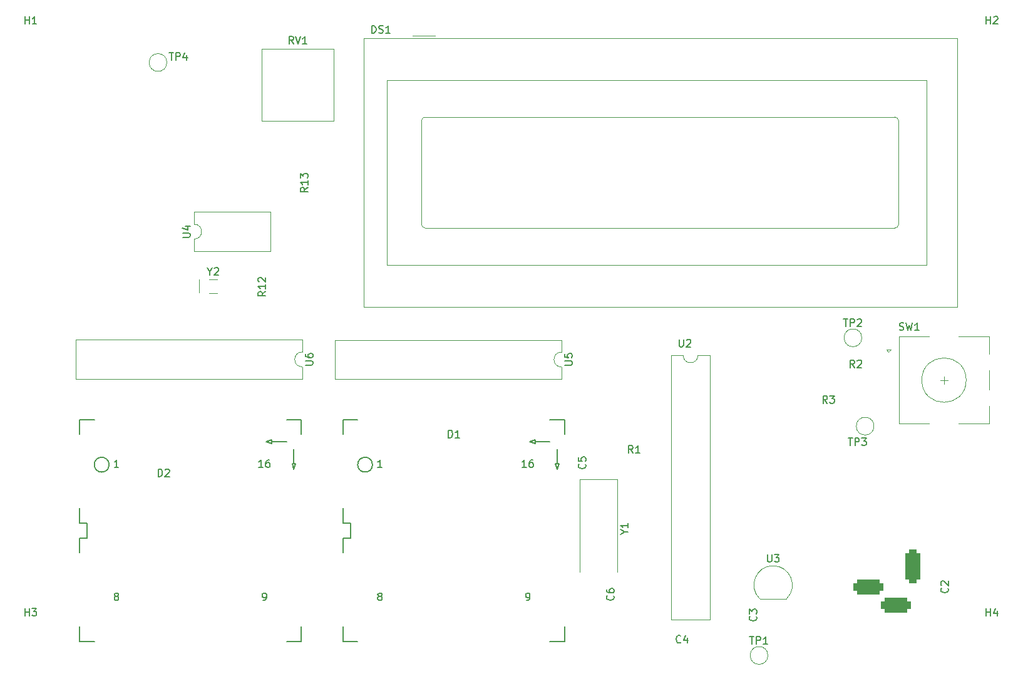
<source format=gbr>
%TF.GenerationSoftware,KiCad,Pcbnew,(6.0.5)*%
%TF.CreationDate,2022-07-13T23:51:26-04:00*%
%TF.ProjectId,Clock,436c6f63-6b2e-46b6-9963-61645f706362,rev?*%
%TF.SameCoordinates,PX4c4b400PY8a48640*%
%TF.FileFunction,Legend,Top*%
%TF.FilePolarity,Positive*%
%FSLAX46Y46*%
G04 Gerber Fmt 4.6, Leading zero omitted, Abs format (unit mm)*
G04 Created by KiCad (PCBNEW (6.0.5)) date 2022-07-13 23:51:26*
%MOMM*%
%LPD*%
G01*
G04 APERTURE LIST*
G04 Aperture macros list*
%AMRoundRect*
0 Rectangle with rounded corners*
0 $1 Rounding radius*
0 $2 $3 $4 $5 $6 $7 $8 $9 X,Y pos of 4 corners*
0 Add a 4 corners polygon primitive as box body*
4,1,4,$2,$3,$4,$5,$6,$7,$8,$9,$2,$3,0*
0 Add four circle primitives for the rounded corners*
1,1,$1+$1,$2,$3*
1,1,$1+$1,$4,$5*
1,1,$1+$1,$6,$7*
1,1,$1+$1,$8,$9*
0 Add four rect primitives between the rounded corners*
20,1,$1+$1,$2,$3,$4,$5,0*
20,1,$1+$1,$4,$5,$6,$7,0*
20,1,$1+$1,$6,$7,$8,$9,0*
20,1,$1+$1,$8,$9,$2,$3,0*%
G04 Aperture macros list end*
%ADD10C,0.150000*%
%ADD11C,0.120000*%
%ADD12R,1.000000X1.800000*%
%ADD13R,1.150000X1.400000*%
%ADD14C,3.200000*%
%ADD15R,1.600000X1.600000*%
%ADD16O,1.600000X1.600000*%
%ADD17R,1.400000X1.150000*%
%ADD18C,1.524000*%
%ADD19C,2.000000*%
%ADD20R,2.000000X4.500000*%
%ADD21C,3.000000*%
%ADD22R,1.800000X2.600000*%
%ADD23O,1.800000X2.600000*%
%ADD24R,2.000000X2.000000*%
%ADD25C,1.440000*%
%ADD26R,1.050000X1.500000*%
%ADD27O,1.050000X1.500000*%
%ADD28RoundRect,0.500000X0.500000X-1.750000X0.500000X1.750000X-0.500000X1.750000X-0.500000X-1.750000X0*%
%ADD29RoundRect,0.500000X1.500000X0.500000X-1.500000X0.500000X-1.500000X-0.500000X1.500000X-0.500000X0*%
%ADD30R,3.000000X3.000000*%
%ADD31R,1.700000X1.700000*%
%ADD32O,1.700000X1.700000*%
G04 APERTURE END LIST*
D10*
%TO.C,Y2*%
X29241809Y55269810D02*
X29241809Y54793620D01*
X28908476Y55793620D02*
X29241809Y55269810D01*
X29575142Y55793620D01*
X29860857Y55698381D02*
X29908476Y55746000D01*
X30003714Y55793620D01*
X30241809Y55793620D01*
X30337047Y55746000D01*
X30384666Y55698381D01*
X30432285Y55603143D01*
X30432285Y55507905D01*
X30384666Y55365048D01*
X29813238Y54793620D01*
X30432285Y54793620D01*
%TO.C,R1*%
X86457333Y30754620D02*
X86124000Y31230810D01*
X85885904Y30754620D02*
X85885904Y31754620D01*
X86266857Y31754620D01*
X86362095Y31707000D01*
X86409714Y31659381D01*
X86457333Y31564143D01*
X86457333Y31421286D01*
X86409714Y31326048D01*
X86362095Y31278429D01*
X86266857Y31230810D01*
X85885904Y31230810D01*
X87409714Y30754620D02*
X86838285Y30754620D01*
X87124000Y30754620D02*
X87124000Y31754620D01*
X87028761Y31611762D01*
X86933523Y31516524D01*
X86838285Y31468905D01*
%TO.C,H4*%
X134238095Y8747620D02*
X134238095Y9747620D01*
X134238095Y9271429D02*
X134809523Y9271429D01*
X134809523Y8747620D02*
X134809523Y9747620D01*
X135714285Y9414286D02*
X135714285Y8747620D01*
X135476190Y9795239D02*
X135238095Y9080953D01*
X135857142Y9080953D01*
%TO.C,U5*%
X77235380Y42628096D02*
X78044904Y42628096D01*
X78140142Y42675715D01*
X78187761Y42723334D01*
X78235380Y42818572D01*
X78235380Y43009048D01*
X78187761Y43104286D01*
X78140142Y43151905D01*
X78044904Y43199524D01*
X77235380Y43199524D01*
X77235380Y44151905D02*
X77235380Y43675715D01*
X77711571Y43628096D01*
X77663952Y43675715D01*
X77616333Y43770953D01*
X77616333Y44009048D01*
X77663952Y44104286D01*
X77711571Y44151905D01*
X77806809Y44199524D01*
X78044904Y44199524D01*
X78140142Y44151905D01*
X78187761Y44104286D01*
X78235380Y44009048D01*
X78235380Y43770953D01*
X78187761Y43675715D01*
X78140142Y43628096D01*
%TO.C,C6*%
X83805142Y11483334D02*
X83852761Y11435715D01*
X83900380Y11292858D01*
X83900380Y11197620D01*
X83852761Y11054762D01*
X83757523Y10959524D01*
X83662285Y10911905D01*
X83471809Y10864286D01*
X83328952Y10864286D01*
X83138476Y10911905D01*
X83043238Y10959524D01*
X82948000Y11054762D01*
X82900380Y11197620D01*
X82900380Y11292858D01*
X82948000Y11435715D01*
X82995619Y11483334D01*
X82900380Y12340477D02*
X82900380Y12150000D01*
X82948000Y12054762D01*
X82995619Y12007143D01*
X83138476Y11911905D01*
X83328952Y11864286D01*
X83709904Y11864286D01*
X83805142Y11911905D01*
X83852761Y11959524D01*
X83900380Y12054762D01*
X83900380Y12245239D01*
X83852761Y12340477D01*
X83805142Y12388096D01*
X83709904Y12435715D01*
X83471809Y12435715D01*
X83376571Y12388096D01*
X83328952Y12340477D01*
X83281333Y12245239D01*
X83281333Y12054762D01*
X83328952Y11959524D01*
X83376571Y11911905D01*
X83471809Y11864286D01*
%TO.C,D2*%
X22258904Y27580620D02*
X22258904Y28580620D01*
X22497000Y28580620D01*
X22639857Y28533000D01*
X22735095Y28437762D01*
X22782714Y28342524D01*
X22830333Y28152048D01*
X22830333Y28009191D01*
X22782714Y27818715D01*
X22735095Y27723477D01*
X22639857Y27628239D01*
X22497000Y27580620D01*
X22258904Y27580620D01*
X23211285Y28485381D02*
X23258904Y28533000D01*
X23354142Y28580620D01*
X23592238Y28580620D01*
X23687476Y28533000D01*
X23735095Y28485381D01*
X23782714Y28390143D01*
X23782714Y28294905D01*
X23735095Y28152048D01*
X23163666Y27580620D01*
X23782714Y27580620D01*
X36427523Y28833620D02*
X35856095Y28833620D01*
X36141809Y28833620D02*
X36141809Y29833620D01*
X36046571Y29690762D01*
X35951333Y29595524D01*
X35856095Y29547905D01*
X37284666Y29833620D02*
X37094190Y29833620D01*
X36998952Y29786000D01*
X36951333Y29738381D01*
X36856095Y29595524D01*
X36808476Y29405048D01*
X36808476Y29024096D01*
X36856095Y28928858D01*
X36903714Y28881239D01*
X36998952Y28833620D01*
X37189428Y28833620D01*
X37284666Y28881239D01*
X37332285Y28928858D01*
X37379904Y29024096D01*
X37379904Y29262191D01*
X37332285Y29357429D01*
X37284666Y29405048D01*
X37189428Y29452667D01*
X36998952Y29452667D01*
X36903714Y29405048D01*
X36856095Y29357429D01*
X36808476Y29262191D01*
X16522761Y11405048D02*
X16427523Y11452667D01*
X16379904Y11500286D01*
X16332285Y11595524D01*
X16332285Y11643143D01*
X16379904Y11738381D01*
X16427523Y11786000D01*
X16522761Y11833620D01*
X16713238Y11833620D01*
X16808476Y11786000D01*
X16856095Y11738381D01*
X16903714Y11643143D01*
X16903714Y11595524D01*
X16856095Y11500286D01*
X16808476Y11452667D01*
X16713238Y11405048D01*
X16522761Y11405048D01*
X16427523Y11357429D01*
X16379904Y11309810D01*
X16332285Y11214572D01*
X16332285Y11024096D01*
X16379904Y10928858D01*
X16427523Y10881239D01*
X16522761Y10833620D01*
X16713238Y10833620D01*
X16808476Y10881239D01*
X16856095Y10928858D01*
X16903714Y11024096D01*
X16903714Y11214572D01*
X16856095Y11309810D01*
X16808476Y11357429D01*
X16713238Y11405048D01*
X36427523Y10833620D02*
X36618000Y10833620D01*
X36713238Y10881239D01*
X36760857Y10928858D01*
X36856095Y11071715D01*
X36903714Y11262191D01*
X36903714Y11643143D01*
X36856095Y11738381D01*
X36808476Y11786000D01*
X36713238Y11833620D01*
X36522761Y11833620D01*
X36427523Y11786000D01*
X36379904Y11738381D01*
X36332285Y11643143D01*
X36332285Y11405048D01*
X36379904Y11309810D01*
X36427523Y11262191D01*
X36522761Y11214572D01*
X36713238Y11214572D01*
X36808476Y11262191D01*
X36856095Y11309810D01*
X36903714Y11405048D01*
X16903714Y28833620D02*
X16332285Y28833620D01*
X16618000Y28833620D02*
X16618000Y29833620D01*
X16522761Y29690762D01*
X16427523Y29595524D01*
X16332285Y29547905D01*
%TO.C,TP2*%
X114953095Y48866620D02*
X115524523Y48866620D01*
X115238809Y47866620D02*
X115238809Y48866620D01*
X115857857Y47866620D02*
X115857857Y48866620D01*
X116238809Y48866620D01*
X116334047Y48819000D01*
X116381666Y48771381D01*
X116429285Y48676143D01*
X116429285Y48533286D01*
X116381666Y48438048D01*
X116334047Y48390429D01*
X116238809Y48342810D01*
X115857857Y48342810D01*
X116810238Y48771381D02*
X116857857Y48819000D01*
X116953095Y48866620D01*
X117191190Y48866620D01*
X117286428Y48819000D01*
X117334047Y48771381D01*
X117381666Y48676143D01*
X117381666Y48580905D01*
X117334047Y48438048D01*
X116762619Y47866620D01*
X117381666Y47866620D01*
%TO.C,C3*%
X103109142Y8689334D02*
X103156761Y8641715D01*
X103204380Y8498858D01*
X103204380Y8403620D01*
X103156761Y8260762D01*
X103061523Y8165524D01*
X102966285Y8117905D01*
X102775809Y8070286D01*
X102632952Y8070286D01*
X102442476Y8117905D01*
X102347238Y8165524D01*
X102252000Y8260762D01*
X102204380Y8403620D01*
X102204380Y8498858D01*
X102252000Y8641715D01*
X102299619Y8689334D01*
X102204380Y9022667D02*
X102204380Y9641715D01*
X102585333Y9308381D01*
X102585333Y9451239D01*
X102632952Y9546477D01*
X102680571Y9594096D01*
X102775809Y9641715D01*
X103013904Y9641715D01*
X103109142Y9594096D01*
X103156761Y9546477D01*
X103204380Y9451239D01*
X103204380Y9165524D01*
X103156761Y9070286D01*
X103109142Y9022667D01*
%TO.C,C4*%
X92934333Y5195858D02*
X92886714Y5148239D01*
X92743857Y5100620D01*
X92648619Y5100620D01*
X92505761Y5148239D01*
X92410523Y5243477D01*
X92362904Y5338715D01*
X92315285Y5529191D01*
X92315285Y5672048D01*
X92362904Y5862524D01*
X92410523Y5957762D01*
X92505761Y6053000D01*
X92648619Y6100620D01*
X92743857Y6100620D01*
X92886714Y6053000D01*
X92934333Y6005381D01*
X93791476Y5767286D02*
X93791476Y5100620D01*
X93553380Y6148239D02*
X93315285Y5433953D01*
X93934333Y5433953D01*
%TO.C,R12*%
X36784380Y52575143D02*
X36308190Y52241810D01*
X36784380Y52003715D02*
X35784380Y52003715D01*
X35784380Y52384667D01*
X35832000Y52479905D01*
X35879619Y52527524D01*
X35974857Y52575143D01*
X36117714Y52575143D01*
X36212952Y52527524D01*
X36260571Y52479905D01*
X36308190Y52384667D01*
X36308190Y52003715D01*
X36784380Y53527524D02*
X36784380Y52956096D01*
X36784380Y53241810D02*
X35784380Y53241810D01*
X35927238Y53146572D01*
X36022476Y53051334D01*
X36070095Y52956096D01*
X35879619Y53908477D02*
X35832000Y53956096D01*
X35784380Y54051334D01*
X35784380Y54289429D01*
X35832000Y54384667D01*
X35879619Y54432286D01*
X35974857Y54479905D01*
X36070095Y54479905D01*
X36212952Y54432286D01*
X36784380Y53860858D01*
X36784380Y54479905D01*
%TO.C,Y1*%
X85324190Y20063810D02*
X85800380Y20063810D01*
X84800380Y19730477D02*
X85324190Y20063810D01*
X84800380Y20397143D01*
X85800380Y21254286D02*
X85800380Y20682858D01*
X85800380Y20968572D02*
X84800380Y20968572D01*
X84943238Y20873334D01*
X85038476Y20778096D01*
X85086095Y20682858D01*
%TO.C,TP1*%
X102253095Y5940620D02*
X102824523Y5940620D01*
X102538809Y4940620D02*
X102538809Y5940620D01*
X103157857Y4940620D02*
X103157857Y5940620D01*
X103538809Y5940620D01*
X103634047Y5893000D01*
X103681666Y5845381D01*
X103729285Y5750143D01*
X103729285Y5607286D01*
X103681666Y5512048D01*
X103634047Y5464429D01*
X103538809Y5416810D01*
X103157857Y5416810D01*
X104681666Y4940620D02*
X104110238Y4940620D01*
X104395952Y4940620D02*
X104395952Y5940620D01*
X104300714Y5797762D01*
X104205476Y5702524D01*
X104110238Y5654905D01*
%TO.C,C5*%
X79997142Y29263334D02*
X80044761Y29215715D01*
X80092380Y29072858D01*
X80092380Y28977620D01*
X80044761Y28834762D01*
X79949523Y28739524D01*
X79854285Y28691905D01*
X79663809Y28644286D01*
X79520952Y28644286D01*
X79330476Y28691905D01*
X79235238Y28739524D01*
X79140000Y28834762D01*
X79092380Y28977620D01*
X79092380Y29072858D01*
X79140000Y29215715D01*
X79187619Y29263334D01*
X79092380Y30168096D02*
X79092380Y29691905D01*
X79568571Y29644286D01*
X79520952Y29691905D01*
X79473333Y29787143D01*
X79473333Y30025239D01*
X79520952Y30120477D01*
X79568571Y30168096D01*
X79663809Y30215715D01*
X79901904Y30215715D01*
X79997142Y30168096D01*
X80044761Y30120477D01*
X80092380Y30025239D01*
X80092380Y29787143D01*
X80044761Y29691905D01*
X79997142Y29644286D01*
%TO.C,U6*%
X42178380Y42638096D02*
X42987904Y42638096D01*
X43083142Y42685715D01*
X43130761Y42733334D01*
X43178380Y42828572D01*
X43178380Y43019048D01*
X43130761Y43114286D01*
X43083142Y43161905D01*
X42987904Y43209524D01*
X42178380Y43209524D01*
X42178380Y44114286D02*
X42178380Y43923810D01*
X42226000Y43828572D01*
X42273619Y43780953D01*
X42416476Y43685715D01*
X42606952Y43638096D01*
X42987904Y43638096D01*
X43083142Y43685715D01*
X43130761Y43733334D01*
X43178380Y43828572D01*
X43178380Y44019048D01*
X43130761Y44114286D01*
X43083142Y44161905D01*
X42987904Y44209524D01*
X42749809Y44209524D01*
X42654571Y44161905D01*
X42606952Y44114286D01*
X42559333Y44019048D01*
X42559333Y43828572D01*
X42606952Y43733334D01*
X42654571Y43685715D01*
X42749809Y43638096D01*
%TO.C,H2*%
X134238095Y88747620D02*
X134238095Y89747620D01*
X134238095Y89271429D02*
X134809523Y89271429D01*
X134809523Y88747620D02*
X134809523Y89747620D01*
X135238095Y89652381D02*
X135285714Y89700000D01*
X135380952Y89747620D01*
X135619047Y89747620D01*
X135714285Y89700000D01*
X135761904Y89652381D01*
X135809523Y89557143D01*
X135809523Y89461905D01*
X135761904Y89319048D01*
X135190476Y88747620D01*
X135809523Y88747620D01*
%TO.C,H3*%
X4238095Y8747620D02*
X4238095Y9747620D01*
X4238095Y9271429D02*
X4809523Y9271429D01*
X4809523Y8747620D02*
X4809523Y9747620D01*
X5190476Y9747620D02*
X5809523Y9747620D01*
X5476190Y9366667D01*
X5619047Y9366667D01*
X5714285Y9319048D01*
X5761904Y9271429D01*
X5809523Y9176191D01*
X5809523Y8938096D01*
X5761904Y8842858D01*
X5714285Y8795239D01*
X5619047Y8747620D01*
X5333333Y8747620D01*
X5238095Y8795239D01*
X5190476Y8842858D01*
%TO.C,TP3*%
X115588095Y32771620D02*
X116159523Y32771620D01*
X115873809Y31771620D02*
X115873809Y32771620D01*
X116492857Y31771620D02*
X116492857Y32771620D01*
X116873809Y32771620D01*
X116969047Y32724000D01*
X117016666Y32676381D01*
X117064285Y32581143D01*
X117064285Y32438286D01*
X117016666Y32343048D01*
X116969047Y32295429D01*
X116873809Y32247810D01*
X116492857Y32247810D01*
X117397619Y32771620D02*
X118016666Y32771620D01*
X117683333Y32390667D01*
X117826190Y32390667D01*
X117921428Y32343048D01*
X117969047Y32295429D01*
X118016666Y32200191D01*
X118016666Y31962096D01*
X117969047Y31866858D01*
X117921428Y31819239D01*
X117826190Y31771620D01*
X117540476Y31771620D01*
X117445238Y31819239D01*
X117397619Y31866858D01*
%TO.C,R13*%
X42499380Y66633143D02*
X42023190Y66299810D01*
X42499380Y66061715D02*
X41499380Y66061715D01*
X41499380Y66442667D01*
X41547000Y66537905D01*
X41594619Y66585524D01*
X41689857Y66633143D01*
X41832714Y66633143D01*
X41927952Y66585524D01*
X41975571Y66537905D01*
X42023190Y66442667D01*
X42023190Y66061715D01*
X42499380Y67585524D02*
X42499380Y67014096D01*
X42499380Y67299810D02*
X41499380Y67299810D01*
X41642238Y67204572D01*
X41737476Y67109334D01*
X41785095Y67014096D01*
X41499380Y67918858D02*
X41499380Y68537905D01*
X41880333Y68204572D01*
X41880333Y68347429D01*
X41927952Y68442667D01*
X41975571Y68490286D01*
X42070809Y68537905D01*
X42308904Y68537905D01*
X42404142Y68490286D01*
X42451761Y68442667D01*
X42499380Y68347429D01*
X42499380Y68061715D01*
X42451761Y67966477D01*
X42404142Y67918858D01*
%TO.C,H1*%
X4238095Y88747620D02*
X4238095Y89747620D01*
X4238095Y89271429D02*
X4809523Y89271429D01*
X4809523Y88747620D02*
X4809523Y89747620D01*
X5809523Y88747620D02*
X5238095Y88747620D01*
X5523809Y88747620D02*
X5523809Y89747620D01*
X5428571Y89604762D01*
X5333333Y89509524D01*
X5238095Y89461905D01*
%TO.C,DS1*%
X51145714Y87515120D02*
X51145714Y88515120D01*
X51383809Y88515120D01*
X51526666Y88467500D01*
X51621904Y88372262D01*
X51669523Y88277024D01*
X51717142Y88086548D01*
X51717142Y87943691D01*
X51669523Y87753215D01*
X51621904Y87657977D01*
X51526666Y87562739D01*
X51383809Y87515120D01*
X51145714Y87515120D01*
X52098095Y87562739D02*
X52240952Y87515120D01*
X52479047Y87515120D01*
X52574285Y87562739D01*
X52621904Y87610358D01*
X52669523Y87705596D01*
X52669523Y87800834D01*
X52621904Y87896072D01*
X52574285Y87943691D01*
X52479047Y87991310D01*
X52288571Y88038929D01*
X52193333Y88086548D01*
X52145714Y88134167D01*
X52098095Y88229405D01*
X52098095Y88324643D01*
X52145714Y88419881D01*
X52193333Y88467500D01*
X52288571Y88515120D01*
X52526666Y88515120D01*
X52669523Y88467500D01*
X53621904Y87515120D02*
X53050476Y87515120D01*
X53336190Y87515120D02*
X53336190Y88515120D01*
X53240952Y88372262D01*
X53145714Y88277024D01*
X53050476Y88229405D01*
%TO.C,R2*%
X116429333Y42312620D02*
X116096000Y42788810D01*
X115857904Y42312620D02*
X115857904Y43312620D01*
X116238857Y43312620D01*
X116334095Y43265000D01*
X116381714Y43217381D01*
X116429333Y43122143D01*
X116429333Y42979286D01*
X116381714Y42884048D01*
X116334095Y42836429D01*
X116238857Y42788810D01*
X115857904Y42788810D01*
X116810285Y43217381D02*
X116857904Y43265000D01*
X116953142Y43312620D01*
X117191238Y43312620D01*
X117286476Y43265000D01*
X117334095Y43217381D01*
X117381714Y43122143D01*
X117381714Y43026905D01*
X117334095Y42884048D01*
X116762666Y42312620D01*
X117381714Y42312620D01*
%TO.C,SW1*%
X122496666Y47401239D02*
X122639523Y47353620D01*
X122877619Y47353620D01*
X122972857Y47401239D01*
X123020476Y47448858D01*
X123068095Y47544096D01*
X123068095Y47639334D01*
X123020476Y47734572D01*
X122972857Y47782191D01*
X122877619Y47829810D01*
X122687142Y47877429D01*
X122591904Y47925048D01*
X122544285Y47972667D01*
X122496666Y48067905D01*
X122496666Y48163143D01*
X122544285Y48258381D01*
X122591904Y48306000D01*
X122687142Y48353620D01*
X122925238Y48353620D01*
X123068095Y48306000D01*
X123401428Y48353620D02*
X123639523Y47353620D01*
X123830000Y48067905D01*
X124020476Y47353620D01*
X124258571Y48353620D01*
X125163333Y47353620D02*
X124591904Y47353620D01*
X124877619Y47353620D02*
X124877619Y48353620D01*
X124782380Y48210762D01*
X124687142Y48115524D01*
X124591904Y48067905D01*
%TO.C,U4*%
X25580380Y59910096D02*
X26389904Y59910096D01*
X26485142Y59957715D01*
X26532761Y60005334D01*
X26580380Y60100572D01*
X26580380Y60291048D01*
X26532761Y60386286D01*
X26485142Y60433905D01*
X26389904Y60481524D01*
X25580380Y60481524D01*
X25913714Y61386286D02*
X26580380Y61386286D01*
X25532761Y61148191D02*
X26247047Y60910096D01*
X26247047Y61529143D01*
%TO.C,RV1*%
X40547761Y86046620D02*
X40214428Y86522810D01*
X39976333Y86046620D02*
X39976333Y87046620D01*
X40357285Y87046620D01*
X40452523Y86999000D01*
X40500142Y86951381D01*
X40547761Y86856143D01*
X40547761Y86713286D01*
X40500142Y86618048D01*
X40452523Y86570429D01*
X40357285Y86522810D01*
X39976333Y86522810D01*
X40833476Y87046620D02*
X41166809Y86046620D01*
X41500142Y87046620D01*
X42357285Y86046620D02*
X41785857Y86046620D01*
X42071571Y86046620D02*
X42071571Y87046620D01*
X41976333Y86903762D01*
X41881095Y86808524D01*
X41785857Y86760905D01*
%TO.C,TP4*%
X23767095Y84841620D02*
X24338523Y84841620D01*
X24052809Y83841620D02*
X24052809Y84841620D01*
X24671857Y83841620D02*
X24671857Y84841620D01*
X25052809Y84841620D01*
X25148047Y84794000D01*
X25195666Y84746381D01*
X25243285Y84651143D01*
X25243285Y84508286D01*
X25195666Y84413048D01*
X25148047Y84365429D01*
X25052809Y84317810D01*
X24671857Y84317810D01*
X26100428Y84508286D02*
X26100428Y83841620D01*
X25862333Y84889239D02*
X25624238Y84174953D01*
X26243285Y84174953D01*
%TO.C,C2*%
X129017142Y12499334D02*
X129064761Y12451715D01*
X129112380Y12308858D01*
X129112380Y12213620D01*
X129064761Y12070762D01*
X128969523Y11975524D01*
X128874285Y11927905D01*
X128683809Y11880286D01*
X128540952Y11880286D01*
X128350476Y11927905D01*
X128255238Y11975524D01*
X128160000Y12070762D01*
X128112380Y12213620D01*
X128112380Y12308858D01*
X128160000Y12451715D01*
X128207619Y12499334D01*
X128207619Y12880286D02*
X128160000Y12927905D01*
X128112380Y13023143D01*
X128112380Y13261239D01*
X128160000Y13356477D01*
X128207619Y13404096D01*
X128302857Y13451715D01*
X128398095Y13451715D01*
X128540952Y13404096D01*
X129112380Y12832667D01*
X129112380Y13451715D01*
%TO.C,U2*%
X92720095Y46106620D02*
X92720095Y45297096D01*
X92767714Y45201858D01*
X92815333Y45154239D01*
X92910571Y45106620D01*
X93101047Y45106620D01*
X93196285Y45154239D01*
X93243904Y45201858D01*
X93291523Y45297096D01*
X93291523Y46106620D01*
X93720095Y46011381D02*
X93767714Y46059000D01*
X93862952Y46106620D01*
X94101047Y46106620D01*
X94196285Y46059000D01*
X94243904Y46011381D01*
X94291523Y45916143D01*
X94291523Y45820905D01*
X94243904Y45678048D01*
X93672476Y45106620D01*
X94291523Y45106620D01*
%TO.C,U3*%
X104658095Y17027620D02*
X104658095Y16218096D01*
X104705714Y16122858D01*
X104753333Y16075239D01*
X104848571Y16027620D01*
X105039047Y16027620D01*
X105134285Y16075239D01*
X105181904Y16122858D01*
X105229523Y16218096D01*
X105229523Y17027620D01*
X105610476Y17027620D02*
X106229523Y17027620D01*
X105896190Y16646667D01*
X106039047Y16646667D01*
X106134285Y16599048D01*
X106181904Y16551429D01*
X106229523Y16456191D01*
X106229523Y16218096D01*
X106181904Y16122858D01*
X106134285Y16075239D01*
X106039047Y16027620D01*
X105753333Y16027620D01*
X105658095Y16075239D01*
X105610476Y16122858D01*
%TO.C,R3*%
X112746333Y37486620D02*
X112413000Y37962810D01*
X112174904Y37486620D02*
X112174904Y38486620D01*
X112555857Y38486620D01*
X112651095Y38439000D01*
X112698714Y38391381D01*
X112746333Y38296143D01*
X112746333Y38153286D01*
X112698714Y38058048D01*
X112651095Y38010429D01*
X112555857Y37962810D01*
X112174904Y37962810D01*
X113079666Y38486620D02*
X113698714Y38486620D01*
X113365380Y38105667D01*
X113508238Y38105667D01*
X113603476Y38058048D01*
X113651095Y38010429D01*
X113698714Y37915191D01*
X113698714Y37677096D01*
X113651095Y37581858D01*
X113603476Y37534239D01*
X113508238Y37486620D01*
X113222523Y37486620D01*
X113127285Y37534239D01*
X113079666Y37581858D01*
%TO.C,D1*%
X61501904Y32833620D02*
X61501904Y33833620D01*
X61740000Y33833620D01*
X61882857Y33786000D01*
X61978095Y33690762D01*
X62025714Y33595524D01*
X62073333Y33405048D01*
X62073333Y33262191D01*
X62025714Y33071715D01*
X61978095Y32976477D01*
X61882857Y32881239D01*
X61740000Y32833620D01*
X61501904Y32833620D01*
X63025714Y32833620D02*
X62454285Y32833620D01*
X62740000Y32833620D02*
X62740000Y33833620D01*
X62644761Y33690762D01*
X62549523Y33595524D01*
X62454285Y33547905D01*
X52525714Y28833620D02*
X51954285Y28833620D01*
X52240000Y28833620D02*
X52240000Y29833620D01*
X52144761Y29690762D01*
X52049523Y29595524D01*
X51954285Y29547905D01*
X72049523Y10833620D02*
X72240000Y10833620D01*
X72335238Y10881239D01*
X72382857Y10928858D01*
X72478095Y11071715D01*
X72525714Y11262191D01*
X72525714Y11643143D01*
X72478095Y11738381D01*
X72430476Y11786000D01*
X72335238Y11833620D01*
X72144761Y11833620D01*
X72049523Y11786000D01*
X72001904Y11738381D01*
X71954285Y11643143D01*
X71954285Y11405048D01*
X72001904Y11309810D01*
X72049523Y11262191D01*
X72144761Y11214572D01*
X72335238Y11214572D01*
X72430476Y11262191D01*
X72478095Y11309810D01*
X72525714Y11405048D01*
X52144761Y11405048D02*
X52049523Y11452667D01*
X52001904Y11500286D01*
X51954285Y11595524D01*
X51954285Y11643143D01*
X52001904Y11738381D01*
X52049523Y11786000D01*
X52144761Y11833620D01*
X52335238Y11833620D01*
X52430476Y11786000D01*
X52478095Y11738381D01*
X52525714Y11643143D01*
X52525714Y11595524D01*
X52478095Y11500286D01*
X52430476Y11452667D01*
X52335238Y11405048D01*
X52144761Y11405048D01*
X52049523Y11357429D01*
X52001904Y11309810D01*
X51954285Y11214572D01*
X51954285Y11024096D01*
X52001904Y10928858D01*
X52049523Y10881239D01*
X52144761Y10833620D01*
X52335238Y10833620D01*
X52430476Y10881239D01*
X52478095Y10928858D01*
X52525714Y11024096D01*
X52525714Y11214572D01*
X52478095Y11309810D01*
X52430476Y11357429D01*
X52335238Y11405048D01*
X72049523Y28833620D02*
X71478095Y28833620D01*
X71763809Y28833620D02*
X71763809Y29833620D01*
X71668571Y29690762D01*
X71573333Y29595524D01*
X71478095Y29547905D01*
X72906666Y29833620D02*
X72716190Y29833620D01*
X72620952Y29786000D01*
X72573333Y29738381D01*
X72478095Y29595524D01*
X72430476Y29405048D01*
X72430476Y29024096D01*
X72478095Y28928858D01*
X72525714Y28881239D01*
X72620952Y28833620D01*
X72811428Y28833620D01*
X72906666Y28881239D01*
X72954285Y28928858D01*
X73001904Y29024096D01*
X73001904Y29262191D01*
X72954285Y29357429D01*
X72906666Y29405048D01*
X72811428Y29452667D01*
X72620952Y29452667D01*
X72525714Y29405048D01*
X72478095Y29357429D01*
X72430476Y29262191D01*
D11*
%TO.C,Y2*%
X29168000Y52346000D02*
X30268000Y52346000D01*
X29168000Y54246000D02*
X30268000Y54246000D01*
X27768000Y54196000D02*
X27768000Y52396000D01*
%TO.C,U5*%
X76783000Y40740000D02*
X76783000Y42390000D01*
X46183000Y40740000D02*
X76783000Y40740000D01*
X76783000Y44390000D02*
X76783000Y46040000D01*
X76783000Y46040000D02*
X46183000Y46040000D01*
X46183000Y46040000D02*
X46183000Y40740000D01*
X76783000Y44390000D02*
G75*
G03*
X76783000Y42390000I0J-1000000D01*
G01*
D10*
%TO.C,D2*%
X41618000Y7286000D02*
X41618000Y5286000D01*
X11618000Y5286000D02*
X11618000Y7286000D01*
X40868000Y29286000D02*
X40618000Y28536000D01*
X12618000Y21286000D02*
X12618000Y19286000D01*
X41618000Y5286000D02*
X39618000Y5286000D01*
X13618000Y5286000D02*
X11618000Y5286000D01*
X41618000Y35286000D02*
X41618000Y33286000D01*
X11618000Y33286000D02*
X11618000Y35286000D01*
X37618000Y32536000D02*
X36868000Y32286000D01*
X40618000Y31286000D02*
X40618000Y29286000D01*
X40368000Y29286000D02*
X40868000Y29286000D01*
X11618000Y35286000D02*
X13618000Y35286000D01*
X37618000Y32036000D02*
X37618000Y32536000D01*
X39618000Y32286000D02*
X37618000Y32286000D01*
X11618000Y21286000D02*
X11618000Y23286000D01*
X11618000Y19286000D02*
X11618000Y17286000D01*
X11618000Y21286000D02*
X12618000Y21286000D01*
X39618000Y35286000D02*
X41618000Y35286000D01*
X40618000Y28536000D02*
X40368000Y29286000D01*
X36868000Y32286000D02*
X37618000Y32036000D01*
X12618000Y19286000D02*
X11618000Y19286000D01*
X15618000Y29176000D02*
G75*
G03*
X15618000Y29176000I-1000000J0D01*
G01*
D11*
%TO.C,TP2*%
X117415000Y46321000D02*
G75*
G03*
X117415000Y46321000I-1200000J0D01*
G01*
%TO.C,Y1*%
X84348000Y14640000D02*
X84348000Y27240000D01*
X79248000Y27240000D02*
X79248000Y14640000D01*
X84348000Y27240000D02*
X79248000Y27240000D01*
%TO.C,TP1*%
X104715000Y3395000D02*
G75*
G03*
X104715000Y3395000I-1200000J0D01*
G01*
%TO.C,U6*%
X41726000Y40750000D02*
X41726000Y42400000D01*
X41726000Y44400000D02*
X41726000Y46050000D01*
X41726000Y46050000D02*
X11126000Y46050000D01*
X11126000Y40750000D02*
X41726000Y40750000D01*
X11126000Y46050000D02*
X11126000Y40750000D01*
X41726000Y44400000D02*
G75*
G03*
X41726000Y42400000I0J-1000000D01*
G01*
%TO.C,TP3*%
X119066000Y34383000D02*
G75*
G03*
X119066000Y34383000I-1200000J0D01*
G01*
%TO.C,DS1*%
X53180000Y56157500D02*
X53180000Y81157500D01*
X130320000Y50517500D02*
X130320000Y86797500D01*
X57880280Y61658180D02*
X57880280Y75657500D01*
X121880660Y61157500D02*
X58380000Y61157500D01*
X50050000Y86797500D02*
X50840000Y86797500D01*
X126180000Y81157500D02*
X126180000Y56157500D01*
X56680000Y87157500D02*
X59680000Y87157500D01*
X130320000Y86797500D02*
X50840000Y86797500D01*
X53180000Y81157500D02*
X126180000Y81157500D01*
X58380000Y76157500D02*
X121880000Y76157500D01*
X126180000Y56157500D02*
X53180000Y56157500D01*
X122380000Y75657500D02*
X122380000Y61657500D01*
X50040000Y86797500D02*
X50040000Y50517500D01*
X50040000Y50517500D02*
X130320000Y50517500D01*
X58380660Y76159040D02*
G75*
G03*
X57880280Y75658660I0J-500380D01*
G01*
X122380000Y75657500D02*
G75*
G03*
X121880000Y76157500I-500000J0D01*
G01*
X57880280Y61658180D02*
G75*
G03*
X58380660Y61157800I500380J0D01*
G01*
X121880660Y61157860D02*
G75*
G03*
X122381040Y61658180I40J500340D01*
G01*
%TO.C,SW1*%
X134630000Y41906000D02*
X134630000Y39306000D01*
X130530000Y46506000D02*
X134630000Y46506000D01*
X121330000Y44706000D02*
X121030000Y44406000D01*
X121030000Y44406000D02*
X120730000Y44706000D01*
X134630000Y37106000D02*
X134630000Y34706000D01*
X134630000Y46506000D02*
X134630000Y44106000D01*
X126530000Y34706000D02*
X122430000Y34706000D01*
X120730000Y44706000D02*
X121330000Y44706000D01*
X122430000Y46506000D02*
X122430000Y34706000D01*
X128530000Y41106000D02*
X128530000Y40106000D01*
X126530000Y46506000D02*
X122430000Y46506000D01*
X134630000Y34706000D02*
X130530000Y34706000D01*
X128030000Y40606000D02*
X129030000Y40606000D01*
X131530000Y40606000D02*
G75*
G03*
X131530000Y40606000I-3000000J0D01*
G01*
%TO.C,U4*%
X37408000Y63322000D02*
X27128000Y63322000D01*
X27128000Y58022000D02*
X37408000Y58022000D01*
X27128000Y59672000D02*
X27128000Y58022000D01*
X37408000Y58022000D02*
X37408000Y63322000D01*
X27128000Y63322000D02*
X27128000Y61672000D01*
X27128000Y59672000D02*
G75*
G03*
X27128000Y61672000I0J1000000D01*
G01*
%TO.C,RV1*%
X36258000Y75599000D02*
X46028000Y75599000D01*
X36258000Y85369000D02*
X36258000Y75599000D01*
X46028000Y85369000D02*
X46028000Y75599000D01*
X36258000Y85369000D02*
X46028000Y85369000D01*
%TO.C,TP4*%
X23435000Y83532000D02*
G75*
G03*
X23435000Y83532000I-1200000J0D01*
G01*
%TO.C,U2*%
X96904000Y43958000D02*
X95254000Y43958000D01*
X91604000Y8278000D02*
X96904000Y8278000D01*
X96904000Y8278000D02*
X96904000Y43958000D01*
X91604000Y43958000D02*
X91604000Y8278000D01*
X93254000Y43958000D02*
X91604000Y43958000D01*
X93254000Y43958000D02*
G75*
G03*
X95254000Y43958000I1000000J0D01*
G01*
%TO.C,U3*%
X103620000Y11070000D02*
X107220000Y11070000D01*
X107258478Y11081522D02*
G75*
G03*
X105420000Y15520000I-1838478J1838478D01*
G01*
X105420000Y15520001D02*
G75*
G03*
X103581522Y11081522I0J-2600001D01*
G01*
D10*
%TO.C,D1*%
X75240000Y32286000D02*
X73240000Y32286000D01*
X48240000Y21286000D02*
X48240000Y19286000D01*
X47240000Y19286000D02*
X47240000Y17286000D01*
X76490000Y29286000D02*
X76240000Y28536000D01*
X72490000Y32286000D02*
X73240000Y32036000D01*
X49240000Y5286000D02*
X47240000Y5286000D01*
X73240000Y32036000D02*
X73240000Y32536000D01*
X48240000Y19286000D02*
X47240000Y19286000D01*
X77240000Y7286000D02*
X77240000Y5286000D01*
X75240000Y35286000D02*
X77240000Y35286000D01*
X76240000Y31286000D02*
X76240000Y29286000D01*
X76240000Y28536000D02*
X75990000Y29286000D01*
X47240000Y35286000D02*
X49240000Y35286000D01*
X77240000Y5286000D02*
X75240000Y5286000D01*
X75990000Y29286000D02*
X76490000Y29286000D01*
X47240000Y5286000D02*
X47240000Y7286000D01*
X47240000Y21286000D02*
X47240000Y23286000D01*
X77240000Y35286000D02*
X77240000Y33286000D01*
X47240000Y21286000D02*
X48240000Y21286000D01*
X47240000Y33286000D02*
X47240000Y35286000D01*
X73240000Y32536000D02*
X72490000Y32286000D01*
X51240000Y29176000D02*
G75*
G03*
X51240000Y29176000I-1000000J0D01*
G01*
%TD*%
%LPC*%
D12*
%TO.C,Y2*%
X28468000Y53296000D03*
X30968000Y53296000D03*
%TD*%
D13*
%TO.C,R1*%
X85774000Y29557000D03*
X87474000Y29557000D03*
%TD*%
D14*
%TO.C,H4*%
X135000000Y5000000D03*
%TD*%
D15*
%TO.C,U5*%
X75453000Y47200000D03*
D16*
X72913000Y47200000D03*
X70373000Y47200000D03*
X67833000Y47200000D03*
X65293000Y47200000D03*
X62753000Y47200000D03*
X60213000Y47200000D03*
X57673000Y47200000D03*
X55133000Y47200000D03*
X52593000Y47200000D03*
X50053000Y47200000D03*
X47513000Y47200000D03*
X47513000Y39580000D03*
X50053000Y39580000D03*
X52593000Y39580000D03*
X55133000Y39580000D03*
X57673000Y39580000D03*
X60213000Y39580000D03*
X62753000Y39580000D03*
X65293000Y39580000D03*
X67833000Y39580000D03*
X70373000Y39580000D03*
X72913000Y39580000D03*
X75453000Y39580000D03*
%TD*%
D17*
%TO.C,C6*%
X81798000Y12500000D03*
X81798000Y10800000D03*
%TD*%
D18*
%TO.C,D2*%
X14618000Y29176000D03*
X14618000Y26636000D03*
X14618000Y24096000D03*
X14618000Y21556000D03*
X14618000Y19016000D03*
X14618000Y16476000D03*
X14618000Y13936000D03*
X14618000Y11396000D03*
X38618000Y11396000D03*
X38618000Y13936000D03*
X38618000Y16476000D03*
X38618000Y19016000D03*
X38618000Y21556000D03*
X38618000Y24096000D03*
X38618000Y26636000D03*
X38618000Y29176000D03*
%TD*%
D19*
%TO.C,TP2*%
X116215000Y46321000D03*
%TD*%
D17*
%TO.C,C3*%
X101102000Y9706000D03*
X101102000Y8006000D03*
%TD*%
D13*
%TO.C,C4*%
X92251000Y3903000D03*
X93951000Y3903000D03*
%TD*%
D17*
%TO.C,R12*%
X38745000Y52368000D03*
X38745000Y54068000D03*
%TD*%
D20*
%TO.C,Y1*%
X81798000Y24790000D03*
X81798000Y16290000D03*
%TD*%
D19*
%TO.C,TP1*%
X103515000Y3395000D03*
%TD*%
D17*
%TO.C,C5*%
X81290000Y28580000D03*
X81290000Y30280000D03*
%TD*%
D15*
%TO.C,U6*%
X40396000Y47210000D03*
D16*
X37856000Y47210000D03*
X35316000Y47210000D03*
X32776000Y47210000D03*
X30236000Y47210000D03*
X27696000Y47210000D03*
X25156000Y47210000D03*
X22616000Y47210000D03*
X20076000Y47210000D03*
X17536000Y47210000D03*
X14996000Y47210000D03*
X12456000Y47210000D03*
X12456000Y39590000D03*
X14996000Y39590000D03*
X17536000Y39590000D03*
X20076000Y39590000D03*
X22616000Y39590000D03*
X25156000Y39590000D03*
X27696000Y39590000D03*
X30236000Y39590000D03*
X32776000Y39590000D03*
X35316000Y39590000D03*
X37856000Y39590000D03*
X40396000Y39590000D03*
%TD*%
D14*
%TO.C,H2*%
X135000000Y85000000D03*
%TD*%
%TO.C,H3*%
X5000000Y5000000D03*
%TD*%
D19*
%TO.C,TP3*%
X117866000Y34383000D03*
%TD*%
D17*
%TO.C,R13*%
X40269000Y68165000D03*
X40269000Y66465000D03*
%TD*%
D14*
%TO.C,H1*%
X5000000Y85000000D03*
%TD*%
D21*
%TO.C,DS1*%
X127680000Y84157500D03*
X52680900Y53156800D03*
X52680900Y84157500D03*
X127679480Y53156800D03*
D22*
X58180000Y84157500D03*
D23*
X60720000Y84157500D03*
X63260000Y84157500D03*
X65800000Y84157500D03*
X68340000Y84157500D03*
X70880000Y84157500D03*
X73420000Y84157500D03*
X75960000Y84157500D03*
X78500000Y84157500D03*
X81040000Y84157500D03*
X83580000Y84157500D03*
X86120000Y84157500D03*
X88660000Y84157500D03*
X91200000Y84157500D03*
X93740000Y84157500D03*
X96280000Y84157500D03*
%TD*%
D13*
%TO.C,R2*%
X115531000Y38066000D03*
X117231000Y38066000D03*
%TD*%
D24*
%TO.C,SW1*%
X121030000Y43106000D03*
D19*
X121030000Y38106000D03*
X121030000Y40606000D03*
D14*
X128530000Y46206000D03*
X128530000Y35006000D03*
D19*
X135530000Y38106000D03*
X135530000Y43106000D03*
%TD*%
D15*
%TO.C,U4*%
X28458000Y56862000D03*
D16*
X30998000Y56862000D03*
X33538000Y56862000D03*
X36078000Y56862000D03*
X36078000Y64482000D03*
X33538000Y64482000D03*
X30998000Y64482000D03*
X28458000Y64482000D03*
%TD*%
D25*
%TO.C,RV1*%
X41158000Y77944000D03*
X43698000Y80484000D03*
X41158000Y83024000D03*
%TD*%
D19*
%TO.C,TP4*%
X22235000Y83532000D03*
%TD*%
D17*
%TO.C,C2*%
X127010000Y13516000D03*
X127010000Y11816000D03*
%TD*%
D15*
%TO.C,U2*%
X90444000Y42628000D03*
D16*
X90444000Y40088000D03*
X90444000Y37548000D03*
X90444000Y35008000D03*
X90444000Y32468000D03*
X90444000Y29928000D03*
X90444000Y27388000D03*
X90444000Y24848000D03*
X90444000Y22308000D03*
X90444000Y19768000D03*
X90444000Y17228000D03*
X90444000Y14688000D03*
X90444000Y12148000D03*
X90444000Y9608000D03*
X98064000Y9608000D03*
X98064000Y12148000D03*
X98064000Y14688000D03*
X98064000Y17228000D03*
X98064000Y19768000D03*
X98064000Y22308000D03*
X98064000Y24848000D03*
X98064000Y27388000D03*
X98064000Y29928000D03*
X98064000Y32468000D03*
X98064000Y35008000D03*
X98064000Y37548000D03*
X98064000Y40088000D03*
X98064000Y42628000D03*
%TD*%
D26*
%TO.C,U3*%
X104150000Y12920000D03*
D27*
X105420000Y12920000D03*
X106690000Y12920000D03*
%TD*%
D13*
%TO.C,R3*%
X117954000Y41114000D03*
X116254000Y41114000D03*
%TD*%
D18*
%TO.C,D1*%
X50240000Y29176000D03*
X50240000Y26636000D03*
X50240000Y24096000D03*
X50240000Y21556000D03*
X50240000Y19016000D03*
X50240000Y16476000D03*
X50240000Y13936000D03*
X50240000Y11396000D03*
X74240000Y11396000D03*
X74240000Y13936000D03*
X74240000Y16476000D03*
X74240000Y19016000D03*
X74240000Y21556000D03*
X74240000Y24096000D03*
X74240000Y26636000D03*
X74240000Y29176000D03*
%TD*%
D28*
%TO.C,J1*%
X124287000Y15460000D03*
D29*
X121987000Y10160000D03*
X118287000Y12660000D03*
%TD*%
D30*
%TO.C,BT1*%
X13980017Y85493686D03*
D21*
X13980017Y65003686D03*
%TD*%
D31*
%TO.C,J2*%
X106690000Y43273000D03*
D32*
X106690000Y40733000D03*
X106690000Y38193000D03*
X106690000Y35653000D03*
X106690000Y33113000D03*
X106690000Y30573000D03*
%TD*%
M02*

</source>
